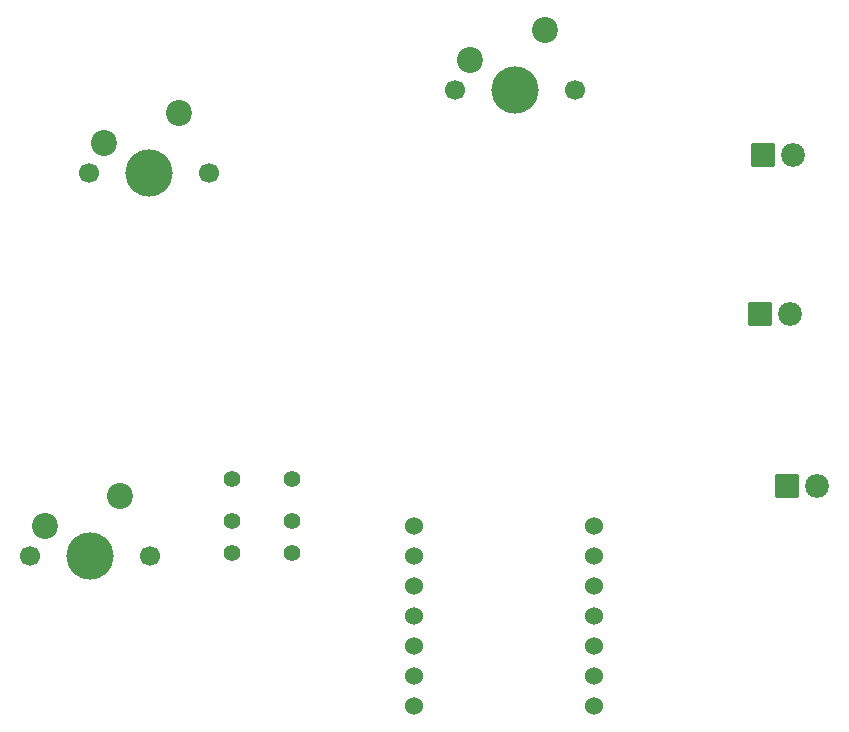
<source format=gbr>
%TF.GenerationSoftware,KiCad,Pcbnew,9.0.3*%
%TF.CreationDate,2025-07-19T14:34:47-07:00*%
%TF.ProjectId,Aurora,4175726f-7261-42e6-9b69-6361645f7063,rev?*%
%TF.SameCoordinates,Original*%
%TF.FileFunction,Soldermask,Bot*%
%TF.FilePolarity,Negative*%
%FSLAX46Y46*%
G04 Gerber Fmt 4.6, Leading zero omitted, Abs format (unit mm)*
G04 Created by KiCad (PCBNEW 9.0.3) date 2025-07-19 14:34:47*
%MOMM*%
%LPD*%
G01*
G04 APERTURE LIST*
G04 Aperture macros list*
%AMRoundRect*
0 Rectangle with rounded corners*
0 $1 Rounding radius*
0 $2 $3 $4 $5 $6 $7 $8 $9 X,Y pos of 4 corners*
0 Add a 4 corners polygon primitive as box body*
4,1,4,$2,$3,$4,$5,$6,$7,$8,$9,$2,$3,0*
0 Add four circle primitives for the rounded corners*
1,1,$1+$1,$2,$3*
1,1,$1+$1,$4,$5*
1,1,$1+$1,$6,$7*
1,1,$1+$1,$8,$9*
0 Add four rect primitives between the rounded corners*
20,1,$1+$1,$2,$3,$4,$5,0*
20,1,$1+$1,$4,$5,$6,$7,0*
20,1,$1+$1,$6,$7,$8,$9,0*
20,1,$1+$1,$8,$9,$2,$3,0*%
G04 Aperture macros list end*
%ADD10C,1.524000*%
%ADD11C,1.700000*%
%ADD12C,4.000000*%
%ADD13C,2.200000*%
%ADD14C,1.400000*%
%ADD15RoundRect,0.102000X-0.907500X-0.907500X0.907500X-0.907500X0.907500X0.907500X-0.907500X0.907500X0*%
%ADD16C,2.019000*%
G04 APERTURE END LIST*
D10*
%TO.C,U1*%
X161120000Y-62380000D03*
X161120000Y-64920000D03*
X161120000Y-67460000D03*
X161120000Y-70000000D03*
X161120000Y-72540000D03*
X161120000Y-75080000D03*
X161120000Y-77620000D03*
X145880000Y-77620000D03*
X145880000Y-75080000D03*
X145880000Y-72540000D03*
X145880000Y-70000000D03*
X145880000Y-67460000D03*
X145880000Y-64920000D03*
X145880000Y-62380000D03*
%TD*%
D11*
%TO.C,SW3*%
X113420000Y-65000000D03*
D12*
X118500000Y-65000000D03*
D11*
X123580000Y-65000000D03*
D13*
X121040000Y-59920000D03*
X114690000Y-62460000D03*
%TD*%
D11*
%TO.C,SW2*%
X118420000Y-32500000D03*
D12*
X123500000Y-32500000D03*
D11*
X128580000Y-32500000D03*
D13*
X126040000Y-27420000D03*
X119690000Y-29960000D03*
%TD*%
D11*
%TO.C,SW1*%
X149420000Y-25500000D03*
D12*
X154500000Y-25500000D03*
D11*
X159580000Y-25500000D03*
D13*
X157040000Y-20420000D03*
X150690000Y-22960000D03*
%TD*%
D14*
%TO.C,R3*%
X130465000Y-64702235D03*
X135545000Y-64702235D03*
%TD*%
%TO.C,R2*%
X130460000Y-62000000D03*
X135540000Y-62000000D03*
%TD*%
%TO.C,R1*%
X130465000Y-58402235D03*
X135545000Y-58402235D03*
%TD*%
D15*
%TO.C,D3*%
X177460000Y-59000000D03*
D16*
X180000000Y-59000000D03*
%TD*%
D15*
%TO.C,D2*%
X175230000Y-44500000D03*
D16*
X177770000Y-44500000D03*
%TD*%
D15*
%TO.C,D1*%
X175460000Y-31000000D03*
D16*
X178000000Y-31000000D03*
%TD*%
M02*

</source>
